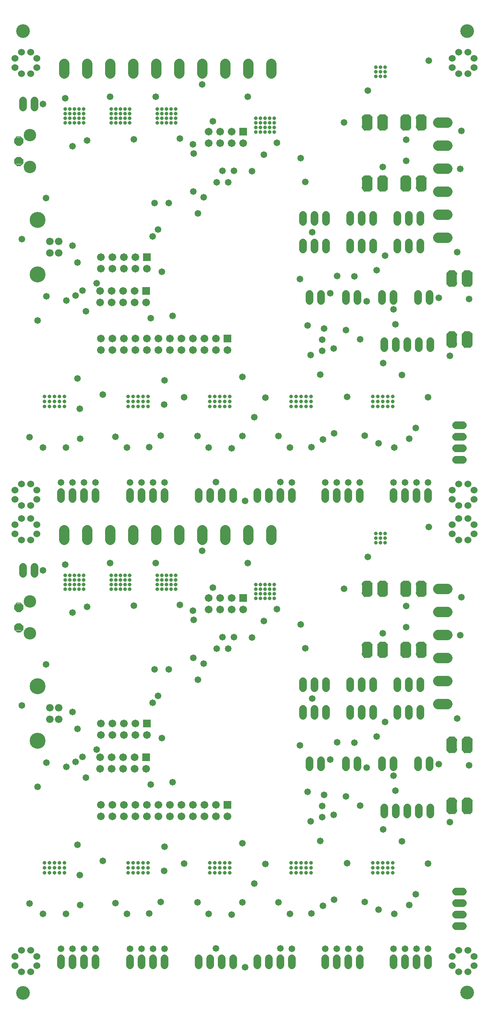
<source format=gbr>
G04 CAM350 V9.5 (Build 208) Date:  Tue Mar 07 15:27:25 2017 *
G04 Database: (Untitled) *
G04 Layer 5: gbs *
%FSLAX24Y24*%
%MOIN*%
%SFA1.000B1.000*%

%MIA0B0*%
%IPPOS*%
%ADD70C,0.00100*%
%ADD71C,0.00200*%
%ADD21C,0.00400*%
%ADD26C,0.00800*%
%ADD73R,0.03200X0.03200*%
%ADD34C,0.02800*%
%ADD38C,0.06000*%
%ADD56C,0.05800*%
%ADD60C,0.11874*%
%ADD61C,0.06800*%
%ADD62C,0.06706*%
%ADD63R,0.06706X0.06706*%
%ADD64C,0.13850*%
%ADD65C,0.06600*%
%ADD66C,0.10800*%
%ADD67C,0.09050*%
%ADD68C,0.04560*%
%ADD69R,0.09100X0.09100*%
%ADD74R,0.04540X0.04540*%
%ADD75C,0.03300*%
%LNgbs*%
%LPD*%
G54D38*
X4984Y41146D03*
Y41933D03*
X4433Y42484D03*
X3646D03*
X3095Y41933D03*
Y41146D03*
X3646Y40595D03*
X4433D03*
X42984Y41146D03*
Y41933D03*
X42433Y42484D03*
X41646D03*
X41095Y41933D03*
Y41146D03*
X41646Y40595D03*
X42433D03*
X4984Y3646D03*
Y4433D03*
X4433Y4984D03*
X3646D03*
X3095Y4433D03*
Y3646D03*
X3646Y3095D03*
X4433D03*
X42984Y3646D03*
Y4433D03*
X42433Y4984D03*
X41646D03*
X41095Y4433D03*
Y3646D03*
X41646Y3095D03*
X42433D03*
X4984Y81646D03*
Y82433D03*
X4433Y82984D03*
X3646D03*
X3095Y82433D03*
Y81646D03*
X3646Y81095D03*
X4433D03*
X42984Y81646D03*
Y82433D03*
X42433Y82984D03*
X41646D03*
X41095Y82433D03*
Y81646D03*
X41646Y81095D03*
X42433D03*
X4984Y44146D03*
Y44933D03*
X4433Y45484D03*
X3646D03*
X3095Y44933D03*
Y44146D03*
X3646Y43595D03*
X4433D03*
X42984Y44146D03*
Y44933D03*
X42433Y45484D03*
X41646D03*
X41095Y44933D03*
Y44146D03*
X41646Y43595D03*
X42433D03*
G54D56*
X24704Y33562D03*
X25841Y34616D03*
X38990Y5114D03*
X37989Y5111D03*
X36991Y5114D03*
X35991Y5113D03*
X37927Y9857D03*
X37361Y8922D03*
X36054Y8159D03*
X34672Y8499D03*
X33480Y9162D03*
X33041Y5117D03*
X32039D03*
X31039Y5108D03*
X30039Y5098D03*
X35079Y15485D03*
X37079Y34879D03*
X35059Y32499D03*
X37079Y33029D03*
X41779Y32359D03*
X33749Y39149D03*
X42549Y21039D03*
X3677Y26249D03*
X8081Y25679D03*
X19349Y39689D03*
X40870Y16107D03*
X41509Y25109D03*
X31679Y36389D03*
X5529Y37989D03*
X27919Y33279D03*
X39050Y41748D03*
X28789Y16194D03*
X33091Y17549D03*
X7439Y38489D03*
X11339Y38599D03*
X15309D03*
X23329D03*
X41869Y35649D03*
X23094Y3518D03*
X20554Y5156D03*
X27143Y5126D03*
X26135Y5130D03*
X28528Y18740D03*
X28329Y31215D03*
X18999Y28469D03*
X22119Y32169D03*
X21629Y31169D03*
X21129Y32169D03*
X20629Y31169D03*
X16091Y5123D03*
X15094Y5124D03*
X14084Y5125D03*
X13091Y5116D03*
X10091Y5113D03*
X9090Y5110D03*
X8091Y5112D03*
X7090Y5115D03*
X8739Y8901D03*
X7504Y8142D03*
X5530Y8130D03*
X4365Y9043D03*
X15744Y9189D03*
X14734Y8190D03*
X12805Y8128D03*
X11826Y9066D03*
X22838Y9151D03*
X21903Y8076D03*
X19924Y8149D03*
X18939Y9152D03*
X30801Y9383D03*
X29864Y8848D03*
X28853Y8183D03*
X26967Y8130D03*
X25988Y9135D03*
X38981Y12506D03*
X36708Y14434D03*
X36150Y18837D03*
X30789Y16729D03*
X29621Y14463D03*
X29789Y17509D03*
X29957Y18492D03*
X31833Y18342D03*
X31933Y12555D03*
X29789Y16539D03*
X24841Y12468D03*
X23879Y10779D03*
X22846Y14277D03*
X16085Y13987D03*
X17770Y12521D03*
X16061Y11866D03*
X10716Y12753D03*
X8728Y11520D03*
X8531Y14135D03*
X35989Y20159D03*
X33639Y20849D03*
X30499Y21539D03*
X14888Y19366D03*
X16783Y19563D03*
X5062Y19167D03*
X9256Y19989D03*
X39919Y21139D03*
X35257Y24800D03*
X34505Y23528D03*
X32593Y23001D03*
X31092Y23059D03*
X27849Y22793D03*
X15856Y23411D03*
X10175Y22399D03*
X8959Y21775D03*
X8351Y21357D03*
X7533Y20917D03*
X5800Y21277D03*
X8522Y24213D03*
X15039Y26470D03*
X15508Y27086D03*
X19474Y29888D03*
X18593Y30391D03*
X23683Y32151D03*
X20287Y36482D03*
X16441Y29369D03*
X15228Y29390D03*
X18618Y33692D03*
X18538Y34492D03*
X17426Y34962D03*
X13424Y34900D03*
X9359Y34815D03*
X8073Y34309D03*
X5798Y29822D03*
X28932Y26844D03*
X24704Y74062D03*
X25841Y75116D03*
X38990Y45614D03*
X37989Y45611D03*
X36991Y45614D03*
X35991Y45613D03*
X37927Y50357D03*
X37361Y49422D03*
X36054Y48659D03*
X34672Y48999D03*
X33480Y49662D03*
X33041Y45617D03*
X32039D03*
X31039Y45608D03*
X30039Y45598D03*
X35079Y55985D03*
X37079Y75379D03*
X35059Y72999D03*
X37079Y73529D03*
X41779Y72859D03*
X33749Y79649D03*
X42549Y61539D03*
X3677Y66749D03*
X8081Y66179D03*
X19349Y80189D03*
X40870Y56607D03*
X41509Y65609D03*
X31679Y76889D03*
X5529Y78489D03*
X27919Y73779D03*
X39050Y82248D03*
X28789Y56694D03*
X33091Y58049D03*
X7439Y78989D03*
X11339Y79099D03*
X15309D03*
X23329D03*
X41869Y76149D03*
X23094Y44018D03*
X20554Y45656D03*
X27143Y45626D03*
X26135Y45630D03*
X28528Y59240D03*
X28329Y71715D03*
X18999Y68969D03*
X22119Y72669D03*
X21629Y71669D03*
X21129Y72669D03*
X20629Y71669D03*
X16091Y45623D03*
X15094Y45624D03*
X14084Y45625D03*
X13091Y45616D03*
X10091Y45613D03*
X9090Y45610D03*
X8091Y45612D03*
X7090Y45615D03*
X8739Y49401D03*
X7504Y48642D03*
X5530Y48630D03*
X4365Y49543D03*
X15744Y49689D03*
X14734Y48690D03*
X12805Y48628D03*
X11826Y49566D03*
X22838Y49651D03*
X21903Y48576D03*
X19924Y48649D03*
X18939Y49652D03*
X30801Y49883D03*
X29864Y49348D03*
X28853Y48683D03*
X26967Y48630D03*
X25988Y49635D03*
X38981Y53006D03*
X36708Y54934D03*
X36150Y59337D03*
X30789Y57229D03*
X29621Y54963D03*
X29789Y58009D03*
X29957Y58992D03*
X31833Y58842D03*
X31933Y53055D03*
X29789Y57039D03*
X24841Y52968D03*
X23879Y51279D03*
X22846Y54777D03*
X16085Y54487D03*
X17770Y53020D03*
X16061Y52366D03*
X10716Y53253D03*
X8728Y52020D03*
X8531Y54635D03*
X35989Y60659D03*
X33639Y61349D03*
X30499Y62039D03*
X14888Y59866D03*
X16783Y60063D03*
X5062Y59667D03*
X9256Y60489D03*
X39919Y61639D03*
X35257Y65300D03*
X34505Y64028D03*
X32593Y63501D03*
X31092Y63559D03*
X27849Y63293D03*
X15856Y63911D03*
X10175Y62899D03*
X8959Y62275D03*
X8351Y61857D03*
X7533Y61417D03*
X5800Y61777D03*
X8522Y64713D03*
X15039Y66970D03*
X15508Y67586D03*
X19474Y70388D03*
X18593Y70891D03*
X23683Y72651D03*
X20287Y76982D03*
X16441Y69869D03*
X15228Y69890D03*
X18618Y74192D03*
X18538Y74992D03*
X17426Y75462D03*
X13424Y75400D03*
X9359Y75315D03*
X8073Y74809D03*
X5798Y70322D03*
X28932Y67344D03*
G54D60*
X3789Y1289D03*
Y1289D03*
Y1289D03*
Y1289D03*
X42378Y1319D03*
Y1319D03*
Y1319D03*
Y1319D03*
Y84797D03*
Y84797D03*
Y84797D03*
Y84797D03*
X3789D03*
Y84797D03*
Y84797D03*
Y84797D03*
G54D62*
X19919Y34569D03*
Y35569D03*
X20919Y34569D03*
Y35569D03*
X21919Y34569D03*
Y35569D03*
X22919Y34569D03*
X21549Y16599D03*
X20549Y17599D03*
Y16599D03*
X19549Y17599D03*
Y16599D03*
X18549Y17599D03*
Y16599D03*
X17549Y17599D03*
Y16599D03*
X16549Y17599D03*
Y16599D03*
X15549Y17599D03*
Y16599D03*
X14549Y17599D03*
Y16599D03*
X13549Y17599D03*
Y16599D03*
X12549Y17599D03*
Y16599D03*
X11549Y17599D03*
Y16599D03*
X10549Y17599D03*
Y16599D03*
X10469Y20739D03*
Y21739D03*
X11469Y20739D03*
Y21739D03*
X12469Y20739D03*
Y21739D03*
X13469Y20739D03*
Y21739D03*
X14469Y20739D03*
X10549Y23689D03*
Y24689D03*
X11549Y23689D03*
Y24689D03*
X12549Y23689D03*
Y24689D03*
X13549Y23689D03*
Y24689D03*
X14549Y23689D03*
X19919Y75069D03*
Y76069D03*
X20919Y75069D03*
Y76069D03*
X21919Y75069D03*
Y76069D03*
X22919Y75069D03*
X21549Y57099D03*
X20549Y58099D03*
Y57099D03*
X19549Y58099D03*
Y57099D03*
X18549Y58099D03*
Y57099D03*
X17549Y58099D03*
Y57099D03*
X16549Y58099D03*
Y57099D03*
X15549Y58099D03*
Y57099D03*
X14549Y58099D03*
Y57099D03*
X13549Y58099D03*
Y57099D03*
X12549Y58099D03*
Y57099D03*
X11549Y58099D03*
Y57099D03*
X10549Y58099D03*
Y57099D03*
X10469Y61239D03*
Y62239D03*
X11469Y61239D03*
Y62239D03*
X12469Y61239D03*
Y62239D03*
X13469Y61239D03*
Y62239D03*
X14469Y61239D03*
X10549Y64189D03*
Y65189D03*
X11549Y64189D03*
Y65189D03*
X12549Y64189D03*
Y65189D03*
X13549Y64189D03*
Y65189D03*
X14549Y64189D03*
G54D63*
X22919Y35569D03*
X21549Y17599D03*
X14469Y21739D03*
X14549Y24689D03*
X22919Y76069D03*
X21549Y58099D03*
X14469Y62239D03*
X14549Y65189D03*
G54D64*
X5039Y23169D03*
Y27902D03*
Y63669D03*
Y68402D03*
G54D65*
X6109Y25039D03*
Y26032D03*
X6899D03*
Y25039D03*
X6109Y65539D03*
Y66532D03*
X6899D03*
Y65539D03*
G54D66*
X4379Y32509D03*
Y35269D03*
Y73009D03*
Y75769D03*
G54D75*
X21740Y12562D03*
Y12129D03*
Y11696D03*
X21307Y12562D03*
Y12129D03*
Y11696D03*
X20874Y12562D03*
Y12129D03*
Y11696D03*
X20441Y12562D03*
Y12129D03*
Y11696D03*
X20007Y12562D03*
Y12129D03*
Y11696D03*
X5648D03*
Y12129D03*
Y12562D03*
X6081Y11696D03*
Y12129D03*
Y12562D03*
X6514Y11696D03*
Y12129D03*
Y12562D03*
X6947Y11696D03*
Y12129D03*
Y12562D03*
X7380Y11696D03*
Y12129D03*
Y12562D03*
X14649D03*
Y12129D03*
Y11696D03*
X14216Y12562D03*
Y12129D03*
Y11696D03*
X13782Y12562D03*
Y12129D03*
Y11696D03*
X13349Y12562D03*
Y12129D03*
Y11696D03*
X12916Y12562D03*
Y12129D03*
Y11696D03*
X27093D03*
Y12129D03*
Y12562D03*
X27527Y11696D03*
Y12129D03*
Y12562D03*
X27960Y11696D03*
Y12129D03*
Y12562D03*
X28393Y11696D03*
Y12129D03*
Y12562D03*
X28826Y11696D03*
Y12129D03*
Y12562D03*
X35914D03*
Y12129D03*
Y11696D03*
X35481Y12562D03*
Y12129D03*
Y11696D03*
X35048Y12562D03*
Y12129D03*
Y11696D03*
X34615Y12562D03*
Y12129D03*
Y11696D03*
X34182Y12562D03*
Y12129D03*
Y11696D03*
X24804Y36360D03*
Y36760D03*
Y35960D03*
Y35560D03*
X24404D03*
X24004D03*
Y35960D03*
X24404D03*
Y36360D03*
X24004D03*
Y36760D03*
X24404D03*
X25204D03*
X25604D03*
Y36360D03*
X25204D03*
Y35960D03*
X25604D03*
Y35560D03*
X25204D03*
X16649Y36360D03*
X17049D03*
Y36760D03*
X16649D03*
Y37160D03*
X17049D03*
Y37560D03*
X16649D03*
X15849D03*
X15449D03*
Y37160D03*
X15849D03*
Y36760D03*
X15449D03*
Y36360D03*
X15849D03*
X16249D03*
Y36760D03*
Y37560D03*
Y37160D03*
X12239D03*
Y37560D03*
Y36760D03*
Y36360D03*
X11839D03*
X11439D03*
Y36760D03*
X11839D03*
Y37160D03*
X11439D03*
Y37560D03*
X11839D03*
X12639D03*
X13039D03*
Y37160D03*
X12639D03*
Y36760D03*
X13039D03*
Y36360D03*
X12639D03*
X8654D03*
X9054D03*
Y36760D03*
X8654D03*
Y37160D03*
X9054D03*
Y37560D03*
X8654D03*
X7854D03*
X7454D03*
Y37160D03*
X7854D03*
Y36760D03*
X7454D03*
Y36360D03*
X7854D03*
X8254D03*
Y36760D03*
Y37560D03*
Y37160D03*
X35246Y41177D03*
X34853D03*
X34459D03*
Y40784D03*
Y40390D03*
X34853D03*
X35246D03*
Y40784D03*
X34853D03*
X21740Y53062D03*
Y52629D03*
Y52196D03*
X21307Y53062D03*
Y52629D03*
Y52196D03*
X20874Y53062D03*
Y52629D03*
Y52196D03*
X20441Y53062D03*
Y52629D03*
Y52196D03*
X20007Y53062D03*
Y52629D03*
Y52196D03*
X5648D03*
Y52629D03*
Y53062D03*
X6081Y52196D03*
Y52629D03*
Y53062D03*
X6514Y52196D03*
Y52629D03*
Y53062D03*
X6947Y52196D03*
Y52629D03*
Y53062D03*
X7380Y52196D03*
Y52629D03*
Y53062D03*
X14649D03*
Y52629D03*
Y52196D03*
X14216Y53062D03*
Y52629D03*
Y52196D03*
X13782Y53062D03*
Y52629D03*
Y52196D03*
X13349Y53062D03*
Y52629D03*
Y52196D03*
X12916Y53062D03*
Y52629D03*
Y52196D03*
X27093D03*
Y52629D03*
Y53062D03*
X27527Y52196D03*
Y52629D03*
Y53062D03*
X27960Y52196D03*
Y52629D03*
Y53062D03*
X28393Y52196D03*
Y52629D03*
Y53062D03*
X28826Y52196D03*
Y52629D03*
Y53062D03*
X35914D03*
Y52629D03*
Y52196D03*
X35481Y53062D03*
Y52629D03*
Y52196D03*
X35048Y53062D03*
Y52629D03*
Y52196D03*
X34615Y53062D03*
Y52629D03*
Y52196D03*
X34182Y53062D03*
Y52629D03*
Y52196D03*
X24804Y76860D03*
Y77260D03*
Y76460D03*
Y76060D03*
X24404D03*
X24004D03*
Y76460D03*
X24404D03*
Y76860D03*
X24004D03*
Y77260D03*
X24404D03*
X25204D03*
X25604D03*
Y76860D03*
X25204D03*
Y76460D03*
X25604D03*
Y76060D03*
X25204D03*
X16649Y76860D03*
X17049D03*
Y77260D03*
X16649D03*
Y77660D03*
X17049D03*
Y78060D03*
X16649D03*
X15849D03*
X15449D03*
Y77660D03*
X15849D03*
Y77260D03*
X15449D03*
Y76860D03*
X15849D03*
X16249D03*
Y77260D03*
Y78060D03*
Y77660D03*
X12239D03*
Y78060D03*
Y77260D03*
Y76860D03*
X11839D03*
X11439D03*
Y77260D03*
X11839D03*
Y77660D03*
X11439D03*
Y78060D03*
X11839D03*
X12639D03*
X13039D03*
Y77660D03*
X12639D03*
Y77260D03*
X13039D03*
Y76860D03*
X12639D03*
X8654D03*
X9054D03*
Y77260D03*
X8654D03*
Y77660D03*
X9054D03*
Y78060D03*
X8654D03*
X7854D03*
X7454D03*
Y77660D03*
X7854D03*
Y77260D03*
X7454D03*
Y76860D03*
X7854D03*
X8254D03*
Y77260D03*
Y78060D03*
Y77660D03*
X35246Y81677D03*
X34853D03*
X34459D03*
Y81284D03*
Y80890D03*
X34853D03*
X35246D03*
Y81284D03*
X34853D03*
G54D61*
X38119Y20869D02*
G01Y21469D01*
X39119Y20869D02*
G01Y21469D01*
X35989Y20869D02*
G01Y21469D01*
X34989Y20869D02*
G01Y21469D01*
X3779Y37689D02*
G01Y38289D01*
X4779Y37689D02*
G01Y38289D01*
X29669Y20869D02*
G01Y21469D01*
X28669Y20869D02*
G01Y21469D01*
X31839Y20869D02*
G01Y21469D01*
X32839Y20869D02*
G01Y21469D01*
X34214Y27729D02*
G01Y28329D01*
X33214Y27729D02*
G01Y28329D01*
X32214Y27729D02*
G01Y28329D01*
X36319Y27729D02*
G01Y28329D01*
X37319Y27729D02*
G01Y28329D01*
X38319Y27729D02*
G01Y28329D01*
X30109Y27729D02*
G01Y28329D01*
X29109Y27729D02*
G01Y28329D01*
X28109Y27729D02*
G01Y28329D01*
X38319Y25329D02*
G01Y25929D01*
X37319Y25329D02*
G01Y25929D01*
X36319Y25329D02*
G01Y25929D01*
X32214Y25329D02*
G01Y25929D01*
X33214Y25329D02*
G01Y25929D01*
X34214Y25329D02*
G01Y25929D01*
X30109Y25329D02*
G01Y25929D01*
X29109Y25329D02*
G01Y25929D01*
X28109Y25329D02*
G01Y25929D01*
X35989Y3689D02*
G01Y4289D01*
X36989Y3689D02*
G01Y4289D01*
X37989Y3689D02*
G01Y4289D01*
X38989Y3689D02*
G01Y4289D01*
X30039Y3689D02*
G01Y4289D01*
X31039Y3689D02*
G01Y4289D01*
X32039Y3689D02*
G01Y4289D01*
X33039Y3689D02*
G01Y4289D01*
X19039Y3689D02*
G01Y4289D01*
X20039Y3689D02*
G01Y4289D01*
X21039Y3689D02*
G01Y4289D01*
X22039Y3689D02*
G01Y4289D01*
X24139Y3689D02*
G01Y4289D01*
X25139Y3689D02*
G01Y4289D01*
X26139Y3689D02*
G01Y4289D01*
X27139Y3689D02*
G01Y4289D01*
X13089Y3689D02*
G01Y4289D01*
X14089Y3689D02*
G01Y4289D01*
X15089Y3689D02*
G01Y4289D01*
X16089Y3689D02*
G01Y4289D01*
X10089Y3689D02*
G01Y4289D01*
X9089Y3689D02*
G01Y4289D01*
X8089Y3689D02*
G01Y4289D01*
X7089Y3689D02*
G01Y4289D01*
X38189Y16789D02*
G01Y17389D01*
X37189Y16789D02*
G01Y17389D01*
X36189Y16789D02*
G01Y17389D01*
X35189Y16789D02*
G01Y17389D01*
X39189Y16789D02*
G01Y17389D01*
X38119Y61369D02*
G01Y61969D01*
X39119Y61369D02*
G01Y61969D01*
X35989Y61369D02*
G01Y61969D01*
X34989Y61369D02*
G01Y61969D01*
X3779Y78189D02*
G01Y78789D01*
X4779Y78189D02*
G01Y78789D01*
X29669Y61369D02*
G01Y61969D01*
X28669Y61369D02*
G01Y61969D01*
X31839Y61369D02*
G01Y61969D01*
X32839Y61369D02*
G01Y61969D01*
X34214Y68229D02*
G01Y68829D01*
X33214Y68229D02*
G01Y68829D01*
X32214Y68229D02*
G01Y68829D01*
X36319Y68229D02*
G01Y68829D01*
X37319Y68229D02*
G01Y68829D01*
X38319Y68229D02*
G01Y68829D01*
X30109Y68229D02*
G01Y68829D01*
X29109Y68229D02*
G01Y68829D01*
X28109Y68229D02*
G01Y68829D01*
X38319Y65829D02*
G01Y66429D01*
X37319Y65829D02*
G01Y66429D01*
X36319Y65829D02*
G01Y66429D01*
X32214Y65829D02*
G01Y66429D01*
X33214Y65829D02*
G01Y66429D01*
X34214Y65829D02*
G01Y66429D01*
X30109Y65829D02*
G01Y66429D01*
X29109Y65829D02*
G01Y66429D01*
X28109Y65829D02*
G01Y66429D01*
X35989Y44189D02*
G01Y44789D01*
X36989Y44189D02*
G01Y44789D01*
X37989Y44189D02*
G01Y44789D01*
X38989Y44189D02*
G01Y44789D01*
X30039Y44189D02*
G01Y44789D01*
X31039Y44189D02*
G01Y44789D01*
X32039Y44189D02*
G01Y44789D01*
X33039Y44189D02*
G01Y44789D01*
X19039Y44189D02*
G01Y44789D01*
X20039Y44189D02*
G01Y44789D01*
X21039Y44189D02*
G01Y44789D01*
X22039Y44189D02*
G01Y44789D01*
X24139Y44189D02*
G01Y44789D01*
X25139Y44189D02*
G01Y44789D01*
X26139Y44189D02*
G01Y44789D01*
X27139Y44189D02*
G01Y44789D01*
X13089Y44189D02*
G01Y44789D01*
X14089Y44189D02*
G01Y44789D01*
X15089Y44189D02*
G01Y44789D01*
X16089Y44189D02*
G01Y44789D01*
X10089Y44189D02*
G01Y44789D01*
X9089Y44189D02*
G01Y44789D01*
X8089Y44189D02*
G01Y44789D01*
X7089Y44189D02*
G01Y44789D01*
X38189Y57289D02*
G01Y57889D01*
X37189Y57289D02*
G01Y57889D01*
X36189Y57289D02*
G01Y57889D01*
X35189Y57289D02*
G01Y57889D01*
X39189Y57289D02*
G01Y57889D01*
G54D70*
X3559Y33384D02*
G01X3784Y33159D01*
Y32840*
X3559Y32614*
X3240*
X3014Y32840*
Y33159*
X3240Y33384*
X3559*
G54D71*
X3023Y32838D02*
G01X3775D01*
X3023Y33161D02*
G01X3775D01*
G54D26*
X3254Y32649D02*
G01X3544D01*
X3180Y32724D02*
G01X3619D01*
X3106Y32798D02*
G01X3693D01*
G54D71*
X3242Y32619D02*
G01X3019Y32842D01*
X3779D02*
G01X3557Y32619D01*
G54D26*
X3254Y32649D02*
G01X3049Y32854D01*
X3749D02*
G01X3544Y32649D01*
G54D71*
X3557Y32619D02*
G01X3242D01*
G54D73*
X3169Y32998D02*
G01X3629D01*
X3169Y33001D02*
G01X3629D01*
G54D26*
X3106Y33201D02*
G01X3693D01*
X3180Y33275D02*
G01X3619D01*
X3254Y33349D02*
G01X3544D01*
G54D71*
X3019Y33157D02*
G01X3242Y33379D01*
X3557D02*
G01X3779Y33157D01*
G54D26*
X3049Y33144D02*
G01X3254Y33349D01*
X3544D02*
G01X3749Y33144D01*
G54D71*
X3242Y33379D02*
G01X3557D01*
G54D21*
X3553Y32629D02*
G01X3246D01*
X3741Y32818D02*
G01X3553Y32629D01*
X3246D02*
G01X3058Y32818D01*
X3246Y33369D02*
G01X3553D01*
X3058Y33181D02*
G01X3246Y33369D01*
X3553D02*
G01X3741Y33181D01*
G54D70*
X3559Y35164D02*
G01X3784Y34939D01*
Y34620*
X3559Y34394*
X3240*
X3014Y34620*
Y34939*
X3240Y35164*
X3559*
G54D71*
X3023Y34618D02*
G01X3775D01*
X3023Y34941D02*
G01X3775D01*
G54D26*
X3254Y34429D02*
G01X3544D01*
X3180Y34504D02*
G01X3619D01*
X3106Y34578D02*
G01X3693D01*
G54D71*
X3242Y34399D02*
G01X3019Y34622D01*
X3779D02*
G01X3557Y34399D01*
G54D26*
X3254Y34429D02*
G01X3049Y34634D01*
X3749D02*
G01X3544Y34429D01*
G54D71*
X3557Y34399D02*
G01X3242D01*
G54D73*
X3169Y34778D02*
G01X3629D01*
X3169Y34781D02*
G01X3629D01*
G54D26*
X3106Y34981D02*
G01X3693D01*
X3180Y35055D02*
G01X3619D01*
X3254Y35129D02*
G01X3544D01*
G54D71*
X3019Y34937D02*
G01X3242Y35159D01*
X3557D02*
G01X3779Y34937D01*
G54D26*
X3049Y34924D02*
G01X3254Y35129D01*
X3544D02*
G01X3749Y34924D01*
G54D71*
X3242Y35159D02*
G01X3557D01*
G54D21*
X3553Y34409D02*
G01X3246D01*
X3741Y34598D02*
G01X3553Y34409D01*
X3246D02*
G01X3058Y34598D01*
X3246Y35149D02*
G01X3553D01*
X3058Y34961D02*
G01X3246Y35149D01*
X3553D02*
G01X3741Y34961D01*
G54D70*
X3559Y73884D02*
G01X3784Y73659D01*
Y73340*
X3559Y73114*
X3240*
X3014Y73340*
Y73659*
X3240Y73884*
X3559*
G54D71*
X3023Y73338D02*
G01X3775D01*
X3023Y73661D02*
G01X3775D01*
G54D26*
X3254Y73149D02*
G01X3544D01*
X3180Y73224D02*
G01X3619D01*
X3106Y73298D02*
G01X3693D01*
G54D71*
X3242Y73119D02*
G01X3019Y73342D01*
X3779D02*
G01X3557Y73119D01*
G54D26*
X3254Y73149D02*
G01X3049Y73354D01*
X3749D02*
G01X3544Y73149D01*
G54D71*
X3557Y73119D02*
G01X3242D01*
G54D73*
X3169Y73498D02*
G01X3629D01*
X3169Y73501D02*
G01X3629D01*
G54D26*
X3106Y73701D02*
G01X3693D01*
X3180Y73775D02*
G01X3619D01*
X3254Y73849D02*
G01X3544D01*
G54D71*
X3019Y73657D02*
G01X3242Y73879D01*
X3557D02*
G01X3779Y73657D01*
G54D26*
X3049Y73644D02*
G01X3254Y73849D01*
X3544D02*
G01X3749Y73644D01*
G54D71*
X3242Y73879D02*
G01X3557D01*
G54D21*
X3553Y73129D02*
G01X3246D01*
X3741Y73318D02*
G01X3553Y73129D01*
X3246D02*
G01X3058Y73318D01*
X3246Y73869D02*
G01X3553D01*
X3058Y73681D02*
G01X3246Y73869D01*
X3553D02*
G01X3741Y73681D01*
G54D70*
X3559Y75664D02*
G01X3784Y75439D01*
Y75120*
X3559Y74894*
X3240*
X3014Y75120*
Y75439*
X3240Y75664*
X3559*
G54D71*
X3023Y75118D02*
G01X3775D01*
X3023Y75441D02*
G01X3775D01*
G54D26*
X3254Y74929D02*
G01X3544D01*
X3180Y75004D02*
G01X3619D01*
X3106Y75078D02*
G01X3693D01*
G54D71*
X3242Y74899D02*
G01X3019Y75122D01*
X3779D02*
G01X3557Y74899D01*
G54D26*
X3254Y74929D02*
G01X3049Y75134D01*
X3749D02*
G01X3544Y74929D01*
G54D71*
X3557Y74899D02*
G01X3242D01*
G54D73*
X3169Y75278D02*
G01X3629D01*
X3169Y75281D02*
G01X3629D01*
G54D26*
X3106Y75481D02*
G01X3693D01*
X3180Y75555D02*
G01X3619D01*
X3254Y75629D02*
G01X3544D01*
G54D71*
X3019Y75437D02*
G01X3242Y75659D01*
X3557D02*
G01X3779Y75437D01*
G54D26*
X3049Y75424D02*
G01X3254Y75629D01*
X3544D02*
G01X3749Y75424D01*
G54D71*
X3242Y75659D02*
G01X3557D01*
G54D21*
X3553Y74909D02*
G01X3246D01*
X3741Y75098D02*
G01X3553Y74909D01*
X3246D02*
G01X3058Y75098D01*
X3246Y75649D02*
G01X3553D01*
X3058Y75461D02*
G01X3246Y75649D01*
X3553D02*
G01X3741Y75461D01*
G54D67*
X7339Y40647D02*
G01Y41472D01*
X9339Y40647D02*
G01Y41472D01*
X11339Y40647D02*
G01Y41472D01*
X13339Y40647D02*
G01Y41472D01*
X15339Y40647D02*
G01Y41472D01*
X17339Y40647D02*
G01Y41472D01*
X19339Y40647D02*
G01Y41472D01*
X21339Y40647D02*
G01Y41472D01*
X23339Y40647D02*
G01Y41472D01*
X25339Y40647D02*
G01Y41472D01*
X7339Y81147D02*
G01Y81972D01*
X9339Y81147D02*
G01Y81972D01*
X11339Y81147D02*
G01Y81972D01*
X13339Y81147D02*
G01Y81972D01*
X15339Y81147D02*
G01Y81972D01*
X17339Y81147D02*
G01Y81972D01*
X19339Y81147D02*
G01Y81972D01*
X21339Y81147D02*
G01Y81972D01*
X23339Y81147D02*
G01Y81972D01*
X25339Y81147D02*
G01Y81972D01*
G54D70*
X33914Y37079D02*
G01X34139Y36854D01*
Y35904D02*
G01X33914Y35679D01*
X33464D02*
G01X33239Y35904D01*
Y36854D02*
G01X33464Y37079D01*
G54D71*
X33912Y37074D02*
G01X34134Y36852D01*
Y35907D02*
G01X33912Y35684D01*
X33467D02*
G01X33244Y35907D01*
Y36852D02*
G01X33467Y37074D01*
G54D34*
X33858Y36944D02*
G01X34004Y36798D01*
Y35960D02*
G01X33858Y35814D01*
X33520D02*
G01X33374Y35960D01*
Y36798D02*
G01X33520Y36944D01*
G54D68*
X33822Y36856D02*
G01X33916Y36762D01*
Y35997D02*
G01X33822Y35902D01*
X33557D02*
G01X33462Y35997D01*
Y36762D02*
G01X33557Y36856D01*
G54D69*
X33689Y36357D02*
G01Y36401D01*
G54D74*
Y35901D02*
G01Y36857D01*
G54D70*
X35254Y37079D02*
G01X35479Y36854D01*
Y35904D02*
G01X35254Y35679D01*
X34804D02*
G01X34579Y35904D01*
Y36854D02*
G01X34804Y37079D01*
G54D71*
X35252Y37074D02*
G01X35474Y36852D01*
Y35907D02*
G01X35252Y35684D01*
X34807D02*
G01X34584Y35907D01*
Y36852D02*
G01X34807Y37074D01*
G54D34*
X35198Y36944D02*
G01X35344Y36798D01*
Y35960D02*
G01X35198Y35814D01*
X34860D02*
G01X34714Y35960D01*
Y36798D02*
G01X34860Y36944D01*
G54D68*
X35162Y36856D02*
G01X35256Y36762D01*
Y35997D02*
G01X35162Y35902D01*
X34897D02*
G01X34802Y35997D01*
Y36762D02*
G01X34897Y36856D01*
G54D69*
X35029Y36357D02*
G01Y36401D01*
G54D74*
Y35901D02*
G01Y36857D01*
G54D70*
X35254Y31779D02*
G01X35479Y31554D01*
Y30604D02*
G01X35254Y30379D01*
X34804D02*
G01X34579Y30604D01*
Y31554D02*
G01X34804Y31779D01*
G54D71*
X35252Y31774D02*
G01X35474Y31552D01*
Y30607D02*
G01X35252Y30384D01*
X34807D02*
G01X34584Y30607D01*
Y31552D02*
G01X34807Y31774D01*
G54D34*
X35198Y31644D02*
G01X35344Y31498D01*
Y30660D02*
G01X35198Y30514D01*
X34860D02*
G01X34714Y30660D01*
Y31498D02*
G01X34860Y31644D01*
G54D68*
X35162Y31556D02*
G01X35256Y31462D01*
Y30697D02*
G01X35162Y30602D01*
X34897D02*
G01X34802Y30697D01*
Y31462D02*
G01X34897Y31556D01*
G54D69*
X35029Y31057D02*
G01Y31101D01*
G54D74*
Y30601D02*
G01Y31557D01*
G54D70*
X33914Y31779D02*
G01X34139Y31554D01*
Y30604D02*
G01X33914Y30379D01*
X33464D02*
G01X33239Y30604D01*
Y31554D02*
G01X33464Y31779D01*
G54D71*
X33912Y31774D02*
G01X34134Y31552D01*
Y30607D02*
G01X33912Y30384D01*
X33467D02*
G01X33244Y30607D01*
Y31552D02*
G01X33467Y31774D01*
G54D34*
X33858Y31644D02*
G01X34004Y31498D01*
Y30660D02*
G01X33858Y30514D01*
X33520D02*
G01X33374Y30660D01*
Y31498D02*
G01X33520Y31644D01*
G54D68*
X33822Y31556D02*
G01X33916Y31462D01*
Y30697D02*
G01X33822Y30602D01*
X33557D02*
G01X33462Y30697D01*
Y31462D02*
G01X33557Y31556D01*
G54D69*
X33689Y31057D02*
G01Y31101D01*
G54D74*
Y30601D02*
G01Y31557D01*
G54D70*
X37274Y37079D02*
G01X37499Y36854D01*
Y35904D02*
G01X37274Y35679D01*
X36824D02*
G01X36599Y35904D01*
Y36854D02*
G01X36824Y37079D01*
G54D71*
X37272Y37074D02*
G01X37494Y36852D01*
Y35907D02*
G01X37272Y35684D01*
X36827D02*
G01X36604Y35907D01*
Y36852D02*
G01X36827Y37074D01*
G54D34*
X37218Y36944D02*
G01X37364Y36798D01*
Y35960D02*
G01X37218Y35814D01*
X36880D02*
G01X36734Y35960D01*
Y36798D02*
G01X36880Y36944D01*
G54D68*
X37182Y36856D02*
G01X37276Y36762D01*
Y35997D02*
G01X37182Y35902D01*
X36917D02*
G01X36822Y35997D01*
Y36762D02*
G01X36917Y36856D01*
G54D69*
X37049Y36357D02*
G01Y36401D01*
G54D74*
Y35901D02*
G01Y36857D01*
G54D70*
X38614Y37079D02*
G01X38839Y36854D01*
Y35904D02*
G01X38614Y35679D01*
X38164D02*
G01X37939Y35904D01*
Y36854D02*
G01X38164Y37079D01*
G54D71*
X38612Y37074D02*
G01X38834Y36852D01*
Y35907D02*
G01X38612Y35684D01*
X38167D02*
G01X37944Y35907D01*
Y36852D02*
G01X38167Y37074D01*
G54D34*
X38558Y36944D02*
G01X38704Y36798D01*
Y35960D02*
G01X38558Y35814D01*
X38220D02*
G01X38074Y35960D01*
Y36798D02*
G01X38220Y36944D01*
G54D68*
X38522Y36856D02*
G01X38616Y36762D01*
Y35997D02*
G01X38522Y35902D01*
X38257D02*
G01X38162Y35997D01*
Y36762D02*
G01X38257Y36856D01*
G54D69*
X38389Y36357D02*
G01Y36401D01*
G54D74*
Y35901D02*
G01Y36857D01*
G54D70*
X38614Y31779D02*
G01X38839Y31554D01*
Y30604D02*
G01X38614Y30379D01*
X38164D02*
G01X37939Y30604D01*
Y31554D02*
G01X38164Y31779D01*
G54D71*
X38612Y31774D02*
G01X38834Y31552D01*
Y30607D02*
G01X38612Y30384D01*
X38167D02*
G01X37944Y30607D01*
Y31552D02*
G01X38167Y31774D01*
G54D34*
X38558Y31644D02*
G01X38704Y31498D01*
Y30660D02*
G01X38558Y30514D01*
X38220D02*
G01X38074Y30660D01*
Y31498D02*
G01X38220Y31644D01*
G54D68*
X38522Y31556D02*
G01X38616Y31462D01*
Y30697D02*
G01X38522Y30602D01*
X38257D02*
G01X38162Y30697D01*
Y31462D02*
G01X38257Y31556D01*
G54D69*
X38389Y31057D02*
G01Y31101D01*
G54D74*
Y30601D02*
G01Y31557D01*
G54D70*
X37274Y31779D02*
G01X37499Y31554D01*
Y30604D02*
G01X37274Y30379D01*
X36824D02*
G01X36599Y30604D01*
Y31554D02*
G01X36824Y31779D01*
G54D71*
X37272Y31774D02*
G01X37494Y31552D01*
Y30607D02*
G01X37272Y30384D01*
X36827D02*
G01X36604Y30607D01*
Y31552D02*
G01X36827Y31774D01*
G54D34*
X37218Y31644D02*
G01X37364Y31498D01*
Y30660D02*
G01X37218Y30514D01*
X36880D02*
G01X36734Y30660D01*
Y31498D02*
G01X36880Y31644D01*
G54D68*
X37182Y31556D02*
G01X37276Y31462D01*
Y30697D02*
G01X37182Y30602D01*
X36917D02*
G01X36822Y30697D01*
Y31462D02*
G01X36917Y31556D01*
G54D69*
X37049Y31057D02*
G01Y31101D01*
G54D74*
Y30601D02*
G01Y31557D01*
G54D70*
X42608Y23527D02*
G01X42833Y23302D01*
Y22352D02*
G01X42608Y22127D01*
X42158D02*
G01X41933Y22352D01*
Y23302D02*
G01X42158Y23527D01*
G54D71*
X42605Y23522D02*
G01X42828Y23300D01*
Y22354D02*
G01X42605Y22132D01*
X42160D02*
G01X41938Y22354D01*
Y23300D02*
G01X42160Y23522D01*
G54D34*
X42552Y23392D02*
G01X42698Y23246D01*
Y22408D02*
G01X42552Y22262D01*
X42214D02*
G01X42068Y22408D01*
Y23246D02*
G01X42214Y23392D01*
G54D68*
X42515Y23304D02*
G01X42610Y23210D01*
Y22445D02*
G01X42515Y22350D01*
X42250D02*
G01X42156Y22445D01*
Y23210D02*
G01X42250Y23304D01*
G54D69*
X42383Y22805D02*
G01Y22849D01*
G54D74*
Y22349D02*
G01Y23305D01*
G54D70*
X41268Y23527D02*
G01X41493Y23302D01*
Y22352D02*
G01X41268Y22127D01*
X40818D02*
G01X40593Y22352D01*
Y23302D02*
G01X40818Y23527D01*
G54D71*
X41265Y23522D02*
G01X41488Y23300D01*
Y22354D02*
G01X41265Y22132D01*
X40820D02*
G01X40598Y22354D01*
Y23300D02*
G01X40820Y23522D01*
G54D34*
X41212Y23392D02*
G01X41358Y23246D01*
Y22408D02*
G01X41212Y22262D01*
X40874D02*
G01X40728Y22408D01*
Y23246D02*
G01X40874Y23392D01*
G54D68*
X41175Y23304D02*
G01X41270Y23210D01*
Y22445D02*
G01X41175Y22350D01*
X40910D02*
G01X40816Y22445D01*
Y23210D02*
G01X40910Y23304D01*
G54D69*
X41043Y22805D02*
G01Y22849D01*
G54D74*
Y22349D02*
G01Y23305D01*
G54D70*
X41268Y18227D02*
G01X41493Y18002D01*
Y17052D02*
G01X41268Y16827D01*
X40818D02*
G01X40593Y17052D01*
Y18002D02*
G01X40818Y18227D01*
G54D71*
X41265Y18222D02*
G01X41488Y18000D01*
Y17054D02*
G01X41265Y16832D01*
X40820D02*
G01X40598Y17054D01*
Y18000D02*
G01X40820Y18222D01*
G54D34*
X41212Y18092D02*
G01X41358Y17946D01*
Y17108D02*
G01X41212Y16962D01*
X40874D02*
G01X40728Y17108D01*
Y17946D02*
G01X40874Y18092D01*
G54D68*
X41175Y18004D02*
G01X41270Y17910D01*
Y17145D02*
G01X41175Y17050D01*
X40910D02*
G01X40816Y17145D01*
Y17910D02*
G01X40910Y18004D01*
G54D69*
X41043Y17505D02*
G01Y17549D01*
G54D74*
Y17049D02*
G01Y18005D01*
G54D70*
X42608Y18227D02*
G01X42833Y18002D01*
Y17052D02*
G01X42608Y16827D01*
X42158D02*
G01X41933Y17052D01*
Y18002D02*
G01X42158Y18227D01*
G54D71*
X42605Y18222D02*
G01X42828Y18000D01*
Y17054D02*
G01X42605Y16832D01*
X42160D02*
G01X41938Y17054D01*
Y18000D02*
G01X42160Y18222D01*
G54D34*
X42552Y18092D02*
G01X42698Y17946D01*
Y17108D02*
G01X42552Y16962D01*
X42214D02*
G01X42068Y17108D01*
Y17946D02*
G01X42214Y18092D01*
G54D68*
X42515Y18004D02*
G01X42610Y17910D01*
Y17145D02*
G01X42515Y17050D01*
X42250D02*
G01X42156Y17145D01*
Y17910D02*
G01X42250Y18004D01*
G54D69*
X42383Y17505D02*
G01Y17549D01*
G54D74*
Y17049D02*
G01Y18005D01*
G54D70*
X33914Y77579D02*
G01X34139Y77354D01*
Y76404D02*
G01X33914Y76179D01*
X33464D02*
G01X33239Y76404D01*
Y77354D02*
G01X33464Y77579D01*
G54D71*
X33912Y77574D02*
G01X34134Y77352D01*
Y76407D02*
G01X33912Y76184D01*
X33467D02*
G01X33244Y76407D01*
Y77352D02*
G01X33467Y77574D01*
G54D34*
X33858Y77444D02*
G01X34004Y77298D01*
Y76460D02*
G01X33858Y76314D01*
X33520D02*
G01X33374Y76460D01*
Y77298D02*
G01X33520Y77444D01*
G54D68*
X33822Y77356D02*
G01X33916Y77262D01*
Y76497D02*
G01X33822Y76402D01*
X33557D02*
G01X33462Y76497D01*
Y77262D02*
G01X33557Y77356D01*
G54D69*
X33689Y76857D02*
G01Y76901D01*
G54D74*
Y76401D02*
G01Y77357D01*
G54D70*
X35254Y77579D02*
G01X35479Y77354D01*
Y76404D02*
G01X35254Y76179D01*
X34804D02*
G01X34579Y76404D01*
Y77354D02*
G01X34804Y77579D01*
G54D71*
X35252Y77574D02*
G01X35474Y77352D01*
Y76407D02*
G01X35252Y76184D01*
X34807D02*
G01X34584Y76407D01*
Y77352D02*
G01X34807Y77574D01*
G54D34*
X35198Y77444D02*
G01X35344Y77298D01*
Y76460D02*
G01X35198Y76314D01*
X34860D02*
G01X34714Y76460D01*
Y77298D02*
G01X34860Y77444D01*
G54D68*
X35162Y77356D02*
G01X35256Y77262D01*
Y76497D02*
G01X35162Y76402D01*
X34897D02*
G01X34802Y76497D01*
Y77262D02*
G01X34897Y77356D01*
G54D69*
X35029Y76857D02*
G01Y76901D01*
G54D74*
Y76401D02*
G01Y77357D01*
G54D70*
X35254Y72279D02*
G01X35479Y72054D01*
Y71104D02*
G01X35254Y70879D01*
X34804D02*
G01X34579Y71104D01*
Y72054D02*
G01X34804Y72279D01*
G54D71*
X35252Y72274D02*
G01X35474Y72052D01*
Y71107D02*
G01X35252Y70884D01*
X34807D02*
G01X34584Y71107D01*
Y72052D02*
G01X34807Y72274D01*
G54D34*
X35198Y72144D02*
G01X35344Y71998D01*
Y71160D02*
G01X35198Y71014D01*
X34860D02*
G01X34714Y71160D01*
Y71998D02*
G01X34860Y72144D01*
G54D68*
X35162Y72056D02*
G01X35256Y71962D01*
Y71197D02*
G01X35162Y71102D01*
X34897D02*
G01X34802Y71197D01*
Y71962D02*
G01X34897Y72056D01*
G54D69*
X35029Y71557D02*
G01Y71601D01*
G54D74*
Y71101D02*
G01Y72057D01*
G54D70*
X33914Y72279D02*
G01X34139Y72054D01*
Y71104D02*
G01X33914Y70879D01*
X33464D02*
G01X33239Y71104D01*
Y72054D02*
G01X33464Y72279D01*
G54D71*
X33912Y72274D02*
G01X34134Y72052D01*
Y71107D02*
G01X33912Y70884D01*
X33467D02*
G01X33244Y71107D01*
Y72052D02*
G01X33467Y72274D01*
G54D34*
X33858Y72144D02*
G01X34004Y71998D01*
Y71160D02*
G01X33858Y71014D01*
X33520D02*
G01X33374Y71160D01*
Y71998D02*
G01X33520Y72144D01*
G54D68*
X33822Y72056D02*
G01X33916Y71962D01*
Y71197D02*
G01X33822Y71102D01*
X33557D02*
G01X33462Y71197D01*
Y71962D02*
G01X33557Y72056D01*
G54D69*
X33689Y71557D02*
G01Y71601D01*
G54D74*
Y71101D02*
G01Y72057D01*
G54D70*
X37274Y77579D02*
G01X37499Y77354D01*
Y76404D02*
G01X37274Y76179D01*
X36824D02*
G01X36599Y76404D01*
Y77354D02*
G01X36824Y77579D01*
G54D71*
X37272Y77574D02*
G01X37494Y77352D01*
Y76407D02*
G01X37272Y76184D01*
X36827D02*
G01X36604Y76407D01*
Y77352D02*
G01X36827Y77574D01*
G54D34*
X37218Y77444D02*
G01X37364Y77298D01*
Y76460D02*
G01X37218Y76314D01*
X36880D02*
G01X36734Y76460D01*
Y77298D02*
G01X36880Y77444D01*
G54D68*
X37182Y77356D02*
G01X37276Y77262D01*
Y76497D02*
G01X37182Y76402D01*
X36917D02*
G01X36822Y76497D01*
Y77262D02*
G01X36917Y77356D01*
G54D69*
X37049Y76857D02*
G01Y76901D01*
G54D74*
Y76401D02*
G01Y77357D01*
G54D70*
X38614Y77579D02*
G01X38839Y77354D01*
Y76404D02*
G01X38614Y76179D01*
X38164D02*
G01X37939Y76404D01*
Y77354D02*
G01X38164Y77579D01*
G54D71*
X38612Y77574D02*
G01X38834Y77352D01*
Y76407D02*
G01X38612Y76184D01*
X38167D02*
G01X37944Y76407D01*
Y77352D02*
G01X38167Y77574D01*
G54D34*
X38558Y77444D02*
G01X38704Y77298D01*
Y76460D02*
G01X38558Y76314D01*
X38220D02*
G01X38074Y76460D01*
Y77298D02*
G01X38220Y77444D01*
G54D68*
X38522Y77356D02*
G01X38616Y77262D01*
Y76497D02*
G01X38522Y76402D01*
X38257D02*
G01X38162Y76497D01*
Y77262D02*
G01X38257Y77356D01*
G54D69*
X38389Y76857D02*
G01Y76901D01*
G54D74*
Y76401D02*
G01Y77357D01*
G54D70*
X38614Y72279D02*
G01X38839Y72054D01*
Y71104D02*
G01X38614Y70879D01*
X38164D02*
G01X37939Y71104D01*
Y72054D02*
G01X38164Y72279D01*
G54D71*
X38612Y72274D02*
G01X38834Y72052D01*
Y71107D02*
G01X38612Y70884D01*
X38167D02*
G01X37944Y71107D01*
Y72052D02*
G01X38167Y72274D01*
G54D34*
X38558Y72144D02*
G01X38704Y71998D01*
Y71160D02*
G01X38558Y71014D01*
X38220D02*
G01X38074Y71160D01*
Y71998D02*
G01X38220Y72144D01*
G54D68*
X38522Y72056D02*
G01X38616Y71962D01*
Y71197D02*
G01X38522Y71102D01*
X38257D02*
G01X38162Y71197D01*
Y71962D02*
G01X38257Y72056D01*
G54D69*
X38389Y71557D02*
G01Y71601D01*
G54D74*
Y71101D02*
G01Y72057D01*
G54D70*
X37274Y72279D02*
G01X37499Y72054D01*
Y71104D02*
G01X37274Y70879D01*
X36824D02*
G01X36599Y71104D01*
Y72054D02*
G01X36824Y72279D01*
G54D71*
X37272Y72274D02*
G01X37494Y72052D01*
Y71107D02*
G01X37272Y70884D01*
X36827D02*
G01X36604Y71107D01*
Y72052D02*
G01X36827Y72274D01*
G54D34*
X37218Y72144D02*
G01X37364Y71998D01*
Y71160D02*
G01X37218Y71014D01*
X36880D02*
G01X36734Y71160D01*
Y71998D02*
G01X36880Y72144D01*
G54D68*
X37182Y72056D02*
G01X37276Y71962D01*
Y71197D02*
G01X37182Y71102D01*
X36917D02*
G01X36822Y71197D01*
Y71962D02*
G01X36917Y72056D01*
G54D69*
X37049Y71557D02*
G01Y71601D01*
G54D74*
Y71101D02*
G01Y72057D01*
G54D70*
X42608Y64027D02*
G01X42833Y63802D01*
Y62852D02*
G01X42608Y62627D01*
X42158D02*
G01X41933Y62852D01*
Y63802D02*
G01X42158Y64027D01*
G54D71*
X42605Y64022D02*
G01X42828Y63800D01*
Y62854D02*
G01X42605Y62632D01*
X42160D02*
G01X41938Y62854D01*
Y63800D02*
G01X42160Y64022D01*
G54D34*
X42552Y63892D02*
G01X42698Y63746D01*
Y62908D02*
G01X42552Y62762D01*
X42214D02*
G01X42068Y62908D01*
Y63746D02*
G01X42214Y63892D01*
G54D68*
X42515Y63804D02*
G01X42610Y63710D01*
Y62945D02*
G01X42515Y62850D01*
X42250D02*
G01X42156Y62945D01*
Y63710D02*
G01X42250Y63804D01*
G54D69*
X42383Y63305D02*
G01Y63349D01*
G54D74*
Y62849D02*
G01Y63805D01*
G54D70*
X41268Y64027D02*
G01X41493Y63802D01*
Y62852D02*
G01X41268Y62627D01*
X40818D02*
G01X40593Y62852D01*
Y63802D02*
G01X40818Y64027D01*
G54D71*
X41265Y64022D02*
G01X41488Y63800D01*
Y62854D02*
G01X41265Y62632D01*
X40820D02*
G01X40598Y62854D01*
Y63800D02*
G01X40820Y64022D01*
G54D34*
X41212Y63892D02*
G01X41358Y63746D01*
Y62908D02*
G01X41212Y62762D01*
X40874D02*
G01X40728Y62908D01*
Y63746D02*
G01X40874Y63892D01*
G54D68*
X41175Y63804D02*
G01X41270Y63710D01*
Y62945D02*
G01X41175Y62850D01*
X40910D02*
G01X40816Y62945D01*
Y63710D02*
G01X40910Y63804D01*
G54D69*
X41043Y63305D02*
G01Y63349D01*
G54D74*
Y62849D02*
G01Y63805D01*
G54D70*
X41268Y58727D02*
G01X41493Y58502D01*
Y57552D02*
G01X41268Y57327D01*
X40818D02*
G01X40593Y57552D01*
Y58502D02*
G01X40818Y58727D01*
G54D71*
X41265Y58722D02*
G01X41488Y58500D01*
Y57554D02*
G01X41265Y57332D01*
X40820D02*
G01X40598Y57554D01*
Y58500D02*
G01X40820Y58722D01*
G54D34*
X41212Y58592D02*
G01X41358Y58446D01*
Y57608D02*
G01X41212Y57462D01*
X40874D02*
G01X40728Y57608D01*
Y58446D02*
G01X40874Y58592D01*
G54D68*
X41175Y58504D02*
G01X41270Y58410D01*
Y57645D02*
G01X41175Y57550D01*
X40910D02*
G01X40816Y57645D01*
Y58410D02*
G01X40910Y58504D01*
G54D69*
X41043Y58005D02*
G01Y58049D01*
G54D74*
Y57549D02*
G01Y58505D01*
G54D70*
X42608Y58727D02*
G01X42833Y58502D01*
Y57552D02*
G01X42608Y57327D01*
X42158D02*
G01X41933Y57552D01*
Y58502D02*
G01X42158Y58727D01*
G54D71*
X42605Y58722D02*
G01X42828Y58500D01*
Y57554D02*
G01X42605Y57332D01*
X42160D02*
G01X41938Y57554D01*
Y58500D02*
G01X42160Y58722D01*
G54D34*
X42552Y58592D02*
G01X42698Y58446D01*
Y57608D02*
G01X42552Y57462D01*
X42214D02*
G01X42068Y57608D01*
Y58446D02*
G01X42214Y58592D01*
G54D68*
X42515Y58504D02*
G01X42610Y58410D01*
Y57645D02*
G01X42515Y57550D01*
X42250D02*
G01X42156Y57645D01*
Y58410D02*
G01X42250Y58504D01*
G54D69*
X42383Y58005D02*
G01Y58049D01*
G54D74*
Y57549D02*
G01Y58505D01*
G54D61*
X41419Y10089D02*
G01X42019D01*
X41419Y9089D02*
G01X42019D01*
X41419Y8089D02*
G01X42019D01*
X41419Y7089D02*
G01X42019D01*
X41419Y50589D02*
G01X42019D01*
X41419Y49589D02*
G01X42019D01*
X41419Y48589D02*
G01X42019D01*
X41419Y47589D02*
G01X42019D01*
G54D67*
X39833Y26364D02*
G01X40658D01*
X39833Y28364D02*
G01X40658D01*
X39833Y30364D02*
G01X40658D01*
X39833Y32364D02*
G01X40658D01*
X39833Y36364D02*
G01X40658D01*
X39833Y34364D02*
G01X40658D01*
X39833Y66864D02*
G01X40658D01*
X39833Y68864D02*
G01X40658D01*
X39833Y70864D02*
G01X40658D01*
X39833Y72864D02*
G01X40658D01*
X39833Y76864D02*
G01X40658D01*
X39833Y74864D02*
G01X40658D01*
M02*

</source>
